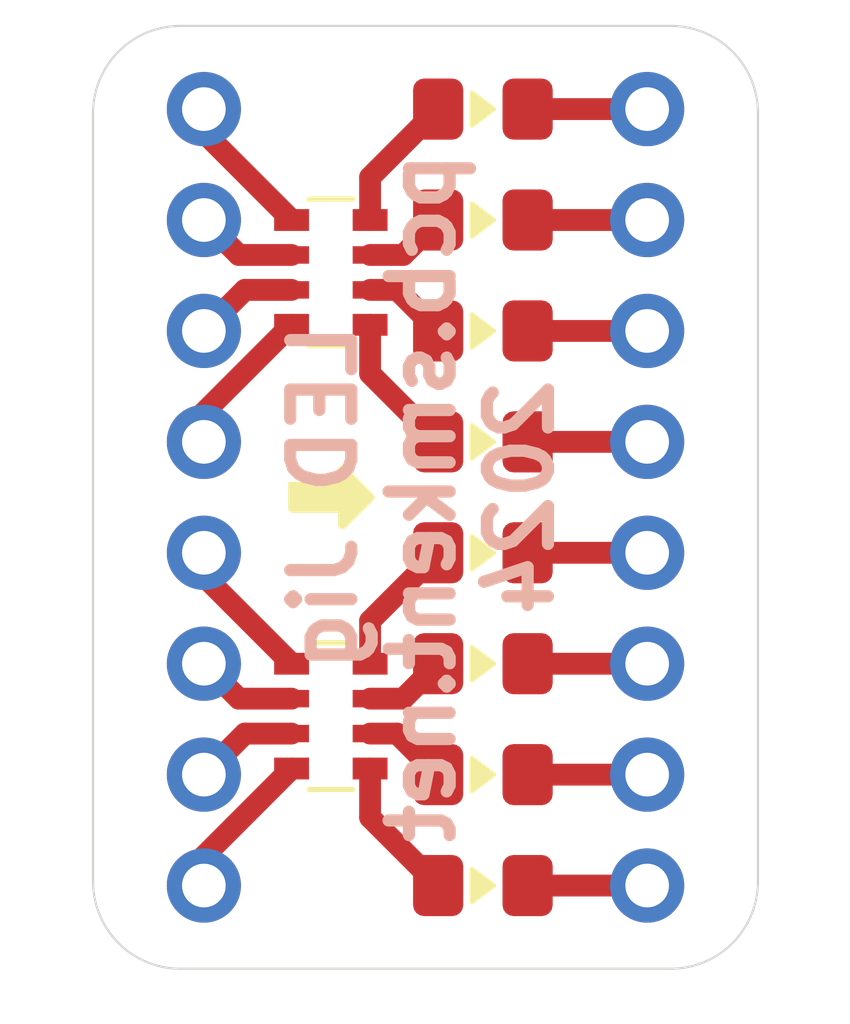
<source format=kicad_pcb>
(kicad_pcb (version 20240108) (generator "pcbnew") (generator_version "8.0")
  (layers (0 "F.Cu" signal) (31 "B.Cu" signal) (34 "B.Paste" user) (35 "F.Paste" user) (36 "B.SilkS" user "B.Silkscreen") (37 "F.SilkS" user "F.Silkscreen") (38 "B.Mask" user) (39 "F.Mask" user) (44 "Edge.Cuts" user))
  (net 0 "")
  (net 1 "LED4")
  (net 2 "LED3")
  (net 3 "LED1")
  (net 4 "LED2")
  (net 5 "Net-(LED1-A)")
  (net 6 "Net-(LED2-A)")
  (net 7 "Net-(LED3-A)")
  (net 8 "Net-(LED4-A)")
  (net 9 "LED8")
  (net 10 "LED6")
  (net 11 "LED5")
  (net 12 "LED7")
  (net 13 "Net-(LED5-A)")
  (net 14 "Net-(LED6-A)")
  (net 15 "Net-(LED7-A)")
  (net 16 "Net-(LED8-A)")
  (net 17 "LED6_OUT")
  (net 18 "LED8_OUT")
  (net 19 "LED5_OUT")
  (net 20 "LED1_OUT")
  (net 21 "LED2_OUT")
  (net 22 "LED7_OUT")
  (net 23 "LED3_OUT")
  (net 24 "LED4_OUT")
  (footprint "Resistor_SMD:R_Array_Convex_4x0603" (layer "F.Cu") (at 129.91 100.26)
    (property "Reference" "RN1" (hide yes))
    (property "Value" "R_Pack04_Split")
    (fp_line (start 0.5 -1.68) (end -0.5 -1.68) (stroke (width 0.12)) (layer "F.SilkS"))
    (fp_line (start 0.5 1.68) (end -0.5 1.68) (stroke (width 0.12)) (layer "F.SilkS"))
    (pad "1" smd rect (at -0.9 -1.2) (size 0.8 0.5) (layers "F.Cu" "F.Paste" "F.Mask") (net 3 "LED1"))
    (pad "2" smd rect (at -0.9 -0.4) (size 0.8 0.4) (layers "F.Cu" "F.Paste" "F.Mask") (net 4 "LED2"))
    (pad "3" smd rect (at -0.9 0.4) (size 0.8 0.4) (layers "F.Cu" "F.Paste" "F.Mask") (net 2 "LED3"))
    (pad "4" smd rect (at -0.9 1.2) (size 0.8 0.5) (layers "F.Cu" "F.Paste" "F.Mask") (net 1 "LED4"))
    (pad "5" smd rect (at 0.9 1.2) (size 0.8 0.5) (layers "F.Cu" "F.Paste" "F.Mask") (net 8 "Net-(LED4-A)"))
    (pad "6" smd rect (at 0.9 0.4) (size 0.8 0.4) (layers "F.Cu" "F.Paste" "F.Mask") (net 7 "Net-(LED3-A)"))
    (pad "7" smd rect (at 0.9 -0.4) (size 0.8 0.4) (layers "F.Cu" "F.Paste" "F.Mask") (net 6 "Net-(LED2-A)"))
    (pad "8" smd rect (at 0.9 -1.2) (size 0.8 0.5) (layers "F.Cu" "F.Paste" "F.Mask") (net 5 "Net-(LED1-A)"))
  )
  (footprint "custom:LED_0805_2012Metric_Pad1.15x1.40mm_HandSolder_simple" (layer "F.Cu") (at 133.395 104.14 180)
    (property "Reference" "LED4" (hide yes))
    (property "Value" "LED")
    (fp_poly (pts (xy 0.254 -0.381) (xy 0.254 0.381) (xy -0.254 0)) (stroke (width 0.1)) (fill solid) (layer "F.SilkS"))
    (pad "1" smd roundrect (at -1.025 0 180) (size 1.15 1.4) (layers "F.Cu" "F.Paste" "F.Mask") (roundrect_rratio 0.217391) (net 24 "LED4_OUT"))
    (pad "2" smd roundrect (at 1.025 0 180) (size 1.15 1.4) (layers "F.Cu" "F.Paste" "F.Mask") (roundrect_rratio 0.217391) (net 8 "Net-(LED4-A)"))
  )
  (footprint "custom:LED_0805_2012Metric_Pad1.15x1.40mm_HandSolder_simple" (layer "F.Cu") (at 133.395 99.06 180)
    (property "Reference" "LED2" (hide yes))
    (property "Value" "LED")
    (fp_poly (pts (xy 0.254 -0.381) (xy 0.254 0.381) (xy -0.254 0)) (stroke (width 0.1)) (fill solid) (layer "F.SilkS"))
    (pad "1" smd roundrect (at -1.025 0 180) (size 1.15 1.4) (layers "F.Cu" "F.Paste" "F.Mask") (roundrect_rratio 0.217391) (net 21 "LED2_OUT"))
    (pad "2" smd roundrect (at 1.025 0 180) (size 1.15 1.4) (layers "F.Cu" "F.Paste" "F.Mask") (roundrect_rratio 0.217391) (net 6 "Net-(LED2-A)"))
  )
  (footprint "custom:LED_0805_2012Metric_Pad1.15x1.40mm_HandSolder_simple" (layer "F.Cu") (at 133.395 96.52 180)
    (property "Reference" "LED1" (hide yes))
    (property "Value" "LED")
    (fp_poly (pts (xy 0.254 -0.381) (xy 0.254 0.381) (xy -0.254 0)) (stroke (width 0.1)) (fill solid) (layer "F.SilkS"))
    (pad "1" smd roundrect (at -1.025 0 180) (size 1.15 1.4) (layers "F.Cu" "F.Paste" "F.Mask") (roundrect_rratio 0.217391) (net 20 "LED1_OUT"))
    (pad "2" smd roundrect (at 1.025 0 180) (size 1.15 1.4) (layers "F.Cu" "F.Paste" "F.Mask") (roundrect_rratio 0.217391) (net 5 "Net-(LED1-A)"))
  )
  (footprint "custom:LED_0805_2012Metric_Pad1.15x1.40mm_HandSolder_simple" (layer "F.Cu") (at 133.395 109.22 180)
    (property "Reference" "LED6" (hide yes))
    (property "Value" "LED")
    (fp_poly (pts (xy 0.254 -0.381) (xy 0.254 0.381) (xy -0.254 0)) (stroke (width 0.1)) (fill solid) (layer "F.SilkS"))
    (pad "1" smd roundrect (at -1.025 0 180) (size 1.15 1.4) (layers "F.Cu" "F.Paste" "F.Mask") (roundrect_rratio 0.217391) (net 17 "LED6_OUT"))
    (pad "2" smd roundrect (at 1.025 0 180) (size 1.15 1.4) (layers "F.Cu" "F.Paste" "F.Mask") (roundrect_rratio 0.217391) (net 14 "Net-(LED6-A)"))
  )
  (footprint "custom:LED_0805_2012Metric_Pad1.15x1.40mm_HandSolder_simple" (layer "F.Cu") (at 133.395 114.3 180)
    (property "Reference" "LED8" (hide yes))
    (property "Value" "LED")
    (fp_poly (pts (xy 0.254 -0.381) (xy 0.254 0.381) (xy -0.254 0)) (stroke (width 0.1)) (fill solid) (layer "F.SilkS"))
    (pad "1" smd roundrect (at -1.025 0 180) (size 1.15 1.4) (layers "F.Cu" "F.Paste" "F.Mask") (roundrect_rratio 0.217391) (net 18 "LED8_OUT"))
    (pad "2" smd roundrect (at 1.025 0 180) (size 1.15 1.4) (layers "F.Cu" "F.Paste" "F.Mask") (roundrect_rratio 0.217391) (net 16 "Net-(LED8-A)"))
  )
  (footprint "custom:LED_0805_2012Metric_Pad1.15x1.40mm_HandSolder_simple" (layer "F.Cu") (at 133.395 101.6 180)
    (property "Reference" "LED3" (hide yes))
    (property "Value" "LED")
    (fp_poly (pts (xy 0.254 -0.381) (xy 0.254 0.381) (xy -0.254 0)) (stroke (width 0.1)) (fill solid) (layer "F.SilkS"))
    (pad "1" smd roundrect (at -1.025 0 180) (size 1.15 1.4) (layers "F.Cu" "F.Paste" "F.Mask") (roundrect_rratio 0.217391) (net 23 "LED3_OUT"))
    (pad "2" smd roundrect (at 1.025 0 180) (size 1.15 1.4) (layers "F.Cu" "F.Paste" "F.Mask") (roundrect_rratio 0.217391) (net 7 "Net-(LED3-A)"))
  )
  (footprint "custom:LED_0805_2012Metric_Pad1.15x1.40mm_HandSolder_simple" (layer "F.Cu") (at 133.395 106.68 180)
    (property "Reference" "LED5" (hide yes))
    (property "Value" "LED")
    (fp_poly (pts (xy 0.254 -0.381) (xy 0.254 0.381) (xy -0.254 0)) (stroke (width 0.1)) (fill solid) (layer "F.SilkS"))
    (pad "1" smd roundrect (at -1.025 0 180) (size 1.15 1.4) (layers "F.Cu" "F.Paste" "F.Mask") (roundrect_rratio 0.217391) (net 19 "LED5_OUT"))
    (pad "2" smd roundrect (at 1.025 0 180) (size 1.15 1.4) (layers "F.Cu" "F.Paste" "F.Mask") (roundrect_rratio 0.217391) (net 13 "Net-(LED5-A)"))
  )
  (footprint "Resistor_SMD:R_Array_Convex_4x0603" (layer "F.Cu") (at 129.91 110.42)
    (property "Reference" "RN2" (hide yes))
    (property "Value" "R_Pack04_Split")
    (fp_line (start 0.5 -1.68) (end -0.5 -1.68) (stroke (width 0.12)) (layer "F.SilkS"))
    (fp_line (start 0.5 1.68) (end -0.5 1.68) (stroke (width 0.12)) (layer "F.SilkS"))
    (pad "1" smd rect (at -0.9 -1.2) (size 0.8 0.5) (layers "F.Cu" "F.Paste" "F.Mask") (net 11 "LED5"))
    (pad "2" smd rect (at -0.9 -0.4) (size 0.8 0.4) (layers "F.Cu" "F.Paste" "F.Mask") (net 10 "LED6"))
    (pad "3" smd rect (at -0.9 0.4) (size 0.8 0.4) (layers "F.Cu" "F.Paste" "F.Mask") (net 12 "LED7"))
    (pad "4" smd rect (at -0.9 1.2) (size 0.8 0.5) (layers "F.Cu" "F.Paste" "F.Mask") (net 9 "LED8"))
    (pad "5" smd rect (at 0.9 1.2) (size 0.8 0.5) (layers "F.Cu" "F.Paste" "F.Mask") (net 16 "Net-(LED8-A)"))
    (pad "6" smd rect (at 0.9 0.4) (size 0.8 0.4) (layers "F.Cu" "F.Paste" "F.Mask") (net 15 "Net-(LED7-A)"))
    (pad "7" smd rect (at 0.9 -0.4) (size 0.8 0.4) (layers "F.Cu" "F.Paste" "F.Mask") (net 14 "Net-(LED6-A)"))
    (pad "8" smd rect (at 0.9 -1.2) (size 0.8 0.5) (layers "F.Cu" "F.Paste" "F.Mask") (net 13 "Net-(LED5-A)"))
  )
  (footprint "custom:LED_0805_2012Metric_Pad1.15x1.40mm_HandSolder_simple" (layer "F.Cu") (at 133.395 111.76 180)
    (property "Reference" "LED7" (hide yes))
    (property "Value" "LED")
    (fp_poly (pts (xy 0.254 -0.381) (xy 0.254 0.381) (xy -0.254 0)) (stroke (width 0.1)) (fill solid) (layer "F.SilkS"))
    (pad "1" smd roundrect (at -1.025 0 180) (size 1.15 1.4) (layers "F.Cu" "F.Paste" "F.Mask") (roundrect_rratio 0.217391) (net 22 "LED7_OUT"))
    (pad "2" smd roundrect (at 1.025 0 180) (size 1.15 1.4) (layers "F.Cu" "F.Paste" "F.Mask") (roundrect_rratio 0.217391) (net 15 "Net-(LED7-A)"))
  )
  (footprint "custom:PinHeader_1x08_P2.54mm_Vertical_simple" (layer "B.Cu") (at 127 96.52 180)
    (property "Reference" "J1" (hide yes))
    (property "Value" "Conn_01x08")
    (pad "1" thru_hole oval (at 0 0 180) (size 1.7 1.7) (drill 1) (layers "*.Cu" "*.Mask") (net 3 "LED1"))
    (pad "2" thru_hole oval (at 0 -2.54 180) (size 1.7 1.7) (drill 1) (layers "*.Cu" "*.Mask") (net 4 "LED2"))
    (pad "3" thru_hole oval (at 0 -5.08 180) (size 1.7 1.7) (drill 1) (layers "*.Cu" "*.Mask") (net 2 "LED3"))
    (pad "4" thru_hole oval (at 0 -7.62 180) (size 1.7 1.7) (drill 1) (layers "*.Cu" "*.Mask") (net 1 "LED4"))
    (pad "5" thru_hole oval (at 0 -10.16 180) (size 1.7 1.7) (drill 1) (layers "*.Cu" "*.Mask") (net 11 "LED5"))
    (pad "6" thru_hole oval (at 0 -12.7 180) (size 1.7 1.7) (drill 1) (layers "*.Cu" "*.Mask") (net 10 "LED6"))
    (pad "7" thru_hole oval (at 0 -15.24 180) (size 1.7 1.7) (drill 1) (layers "*.Cu" "*.Mask") (net 12 "LED7"))
    (pad "8" thru_hole oval (at 0 -17.78 180) (size 1.7 1.7) (drill 1) (layers "*.Cu" "*.Mask") (net 9 "LED8"))
  )
  (footprint "custom:PinHeader_1x08_P2.54mm_Vertical_simple" (layer "B.Cu") (at 137.16 96.52 180)
    (property "Reference" "J2" (hide yes))
    (property "Value" "Conn_01x08")
    (pad "1" thru_hole oval (at 0 0 180) (size 1.7 1.7) (drill 1) (layers "*.Cu" "*.Mask") (net 20 "LED1_OUT"))
    (pad "2" thru_hole oval (at 0 -2.54 180) (size 1.7 1.7) (drill 1) (layers "*.Cu" "*.Mask") (net 21 "LED2_OUT"))
    (pad "3" thru_hole oval (at 0 -5.08 180) (size 1.7 1.7) (drill 1) (layers "*.Cu" "*.Mask") (net 23 "LED3_OUT"))
    (pad "4" thru_hole oval (at 0 -7.62 180) (size 1.7 1.7) (drill 1) (layers "*.Cu" "*.Mask") (net 24 "LED4_OUT"))
    (pad "5" thru_hole oval (at 0 -10.16 180) (size 1.7 1.7) (drill 1) (layers "*.Cu" "*.Mask") (net 19 "LED5_OUT"))
    (pad "6" thru_hole oval (at 0 -12.7 180) (size 1.7 1.7) (drill 1) (layers "*.Cu" "*.Mask") (net 17 "LED6_OUT"))
    (pad "7" thru_hole oval (at 0 -15.24 180) (size 1.7 1.7) (drill 1) (layers "*.Cu" "*.Mask") (net 22 "LED7_OUT"))
    (pad "8" thru_hole oval (at 0 -17.78 180) (size 1.7 1.7) (drill 1) (layers "*.Cu" "*.Mask") (net 18 "LED8_OUT"))
  )
  (gr_poly (pts (xy 130.175 104.775) (xy 130.175 106.045) (xy 130.81 105.41)) (stroke (width 0.2)) (fill solid) (layer "F.SilkS"))
  (gr_rect (start 129.032 105.156) (end 130.302 105.664) (stroke (width 0.2)) (fill solid) (layer "F.SilkS"))
  (gr_arc (start 137.7 94.615) (mid 139.114214 95.200786) (end 139.7 96.615) (stroke (width 0.05)) (layer "Edge.Cuts"))
  (gr_line (start 126.46 94.615) (end 137.7 94.615) (stroke (width 0.05)) (layer "Edge.Cuts"))
  (gr_line (start 137.7 116.205) (end 126.46 116.205) (stroke (width 0.05)) (layer "Edge.Cuts"))
  (gr_line (start 139.7 96.615) (end 139.7 114.205) (stroke (width 0.05)) (layer "Edge.Cuts"))
  (gr_line (start 124.46 114.205) (end 124.46 96.615) (stroke (width 0.05)) (layer "Edge.Cuts"))
  (gr_arc (start 126.46 116.205) (mid 125.045786 115.619214) (end 124.46 114.205) (stroke (width 0.05)) (layer "Edge.Cuts"))
  (gr_arc (start 124.46 96.615) (mid 125.045786 95.200786) (end 126.46 94.615) (stroke (width 0.05)) (layer "Edge.Cuts"))
  (gr_arc (start 139.7 114.205) (mid 139.114214 115.619214) (end 137.7 116.205) (stroke (width 0.05)) (layer "Edge.Cuts"))
  (gr_text "LED Jig\npcb.smkent.net\n2024" (at 132 105.41 90) (layer "B.SilkS") (effects (font (size 1.4 1.4) (thickness 0.28) (bold yes)) (justify mirror)))
  (segment (start 127 104.14) (end 127 103.47) (width 0.5) (layer "F.Cu") (net 1))
  (segment (start 127 103.47) (end 129.01 101.46) (width 0.5) (layer "F.Cu") (net 1))
  (segment (start 127.94 100.66) (end 129.01 100.66) (width 0.5) (layer "F.Cu") (net 2))
  (segment (start 127 101.6) (end 127.94 100.66) (width 0.5) (layer "F.Cu") (net 2))
  (segment (start 127 97.05) (end 129.01 99.06) (width 0.5) (layer "F.Cu") (net 3))
  (segment (start 127 96.52) (end 127 97.05) (width 0.5) (layer "F.Cu") (net 3))
  (segment (start 127.8 99.86) (end 129.01 99.86) (width 0.5) (layer "F.Cu") (net 4))
  (segment (start 127 99.06) (end 127.8 99.86) (width 0.5) (layer "F.Cu") (net 4))
  (segment (start 130.81 98.08) (end 132.37 96.52) (width 0.5) (layer "F.Cu") (net 5))
  (segment (start 130.81 99.06) (end 130.81 98.08) (width 0.5) (layer "F.Cu") (net 5))
  (segment (start 130.81 99.86) (end 131.57 99.86) (width 0.5) (layer "F.Cu") (net 6))
  (segment (start 131.57 99.86) (end 132.37 99.06) (width 0.5) (layer "F.Cu") (net 6))
  (segment (start 130.81 100.66) (end 131.43 100.66) (width 0.5) (layer "F.Cu") (net 7))
  (segment (start 131.43 100.66) (end 132.37 101.6) (width 0.5) (layer "F.Cu") (net 7))
  (segment (start 130.81 101.46) (end 130.81 102.58) (width 0.5) (layer "F.Cu") (net 8))
  (segment (start 130.81 102.58) (end 132.37 104.14) (width 0.5) (layer "F.Cu") (net 8))
  (segment (start 127 113.63) (end 129.01 111.62) (width 0.5) (layer "F.Cu") (net 9))
  (segment (start 127 114.3) (end 127 113.63) (width 0.5) (layer "F.Cu") (net 9))
  (segment (start 127 109.22) (end 127.8 110.02) (width 0.5) (layer "F.Cu") (net 10))
  (segment (start 127.8 110.02) (end 129.01 110.02) (width 0.5) (layer "F.Cu") (net 10))
  (segment (start 127 107.21) (end 129.01 109.22) (width 0.5) (layer "F.Cu") (net 11))
  (segment (start 127 106.68) (end 127 107.21) (width 0.5) (layer "F.Cu") (net 11))
  (segment (start 127 111.76) (end 127.94 110.82) (width 0.5) (layer "F.Cu") (net 12))
  (segment (start 127.94 110.82) (end 129.01 110.82) (width 0.5) (layer "F.Cu") (net 12))
  (segment (start 130.81 109.22) (end 130.81 108.24) (width 0.5) (layer "F.Cu") (net 13))
  (segment (start 130.81 108.24) (end 132.37 106.68) (width 0.5) (layer "F.Cu") (net 13))
  (segment (start 130.81 110.02) (end 131.57 110.02) (width 0.5) (layer "F.Cu") (net 14))
  (segment (start 131.57 110.02) (end 132.37 109.22) (width 0.5) (layer "F.Cu") (net 14))
  (segment (start 130.81 110.82) (end 131.43 110.82) (width 0.5) (layer "F.Cu") (net 15))
  (segment (start 131.43 110.82) (end 132.37 111.76) (width 0.5) (layer "F.Cu") (net 15))
  (segment (start 130.81 111.62) (end 130.81 112.74) (width 0.5) (layer "F.Cu") (net 16))
  (segment (start 130.81 112.74) (end 132.37 114.3) (width 0.5) (layer "F.Cu") (net 16))
  (segment (start 134.42 109.22) (end 137.16 109.22) (width 0.5) (layer "F.Cu") (net 17))
  (segment (start 134.42 114.3) (end 137.16 114.3) (width 0.5) (layer "F.Cu") (net 18))
  (segment (start 137.16 106.68) (end 134.42 106.68) (width 0.5) (layer "F.Cu") (net 19))
  (segment (start 134.42 96.52) (end 137.16 96.52) (width 0.5) (layer "F.Cu") (net 20))
  (segment (start 134.42 99.06) (end 137.16 99.06) (width 0.5) (layer "F.Cu") (net 21))
  (segment (start 137.16 111.76) (end 134.42 111.76) (width 0.5) (layer "F.Cu") (net 22))
  (segment (start 137.16 101.6) (end 134.42 101.6) (width 0.5) (layer "F.Cu") (net 23))
  (segment (start 134.42 104.14) (end 137.16 104.14) (width 0.5) (layer "F.Cu") (net 24))
)
</source>
